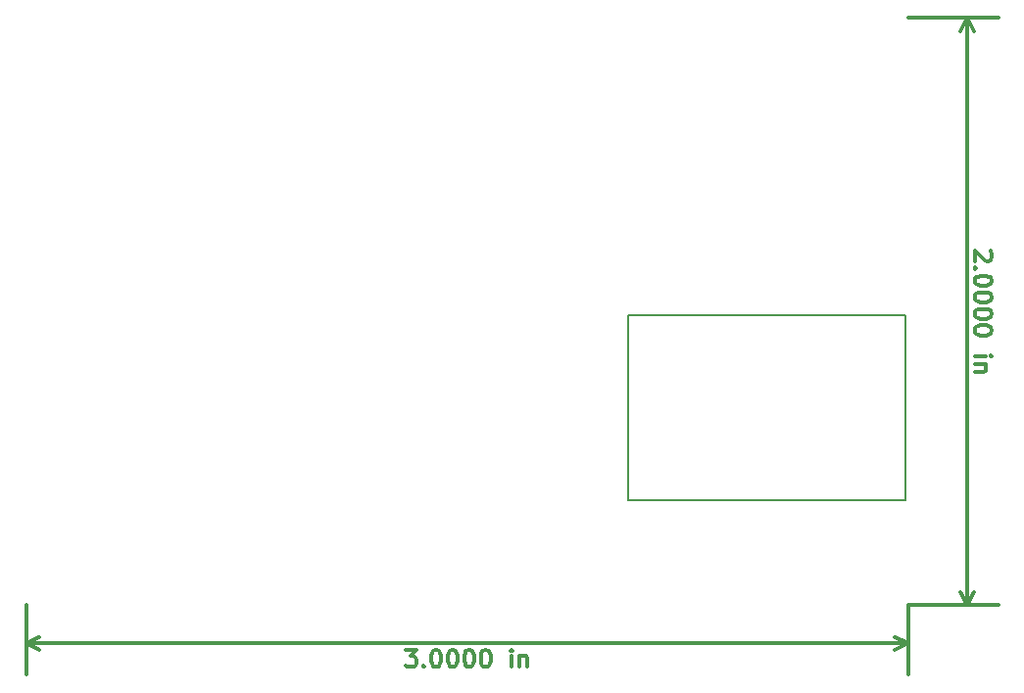
<source format=gbr>
G04 #@! TF.FileFunction,Other,Fab,Top*
%FSLAX46Y46*%
G04 Gerber Fmt 4.6, Leading zero omitted, Abs format (unit mm)*
G04 Created by KiCad (PCBNEW (2015-07-29 BZR 6016)-product) date Sat 12 Mar 2016 01:35:21 AM PST*
%MOMM*%
G01*
G04 APERTURE LIST*
%ADD10C,0.150000*%
%ADD11C,0.300000*%
%ADD12C,0.152400*%
G04 APERTURE END LIST*
D10*
D11*
X83588573Y-90950571D02*
X84517144Y-90950571D01*
X84017144Y-91522000D01*
X84231430Y-91522000D01*
X84374287Y-91593429D01*
X84445716Y-91664857D01*
X84517144Y-91807714D01*
X84517144Y-92164857D01*
X84445716Y-92307714D01*
X84374287Y-92379143D01*
X84231430Y-92450571D01*
X83802858Y-92450571D01*
X83660001Y-92379143D01*
X83588573Y-92307714D01*
X85160001Y-92307714D02*
X85231429Y-92379143D01*
X85160001Y-92450571D01*
X85088572Y-92379143D01*
X85160001Y-92307714D01*
X85160001Y-92450571D01*
X86160001Y-90950571D02*
X86302858Y-90950571D01*
X86445715Y-91022000D01*
X86517144Y-91093429D01*
X86588573Y-91236286D01*
X86660001Y-91522000D01*
X86660001Y-91879143D01*
X86588573Y-92164857D01*
X86517144Y-92307714D01*
X86445715Y-92379143D01*
X86302858Y-92450571D01*
X86160001Y-92450571D01*
X86017144Y-92379143D01*
X85945715Y-92307714D01*
X85874287Y-92164857D01*
X85802858Y-91879143D01*
X85802858Y-91522000D01*
X85874287Y-91236286D01*
X85945715Y-91093429D01*
X86017144Y-91022000D01*
X86160001Y-90950571D01*
X87588572Y-90950571D02*
X87731429Y-90950571D01*
X87874286Y-91022000D01*
X87945715Y-91093429D01*
X88017144Y-91236286D01*
X88088572Y-91522000D01*
X88088572Y-91879143D01*
X88017144Y-92164857D01*
X87945715Y-92307714D01*
X87874286Y-92379143D01*
X87731429Y-92450571D01*
X87588572Y-92450571D01*
X87445715Y-92379143D01*
X87374286Y-92307714D01*
X87302858Y-92164857D01*
X87231429Y-91879143D01*
X87231429Y-91522000D01*
X87302858Y-91236286D01*
X87374286Y-91093429D01*
X87445715Y-91022000D01*
X87588572Y-90950571D01*
X89017143Y-90950571D02*
X89160000Y-90950571D01*
X89302857Y-91022000D01*
X89374286Y-91093429D01*
X89445715Y-91236286D01*
X89517143Y-91522000D01*
X89517143Y-91879143D01*
X89445715Y-92164857D01*
X89374286Y-92307714D01*
X89302857Y-92379143D01*
X89160000Y-92450571D01*
X89017143Y-92450571D01*
X88874286Y-92379143D01*
X88802857Y-92307714D01*
X88731429Y-92164857D01*
X88660000Y-91879143D01*
X88660000Y-91522000D01*
X88731429Y-91236286D01*
X88802857Y-91093429D01*
X88874286Y-91022000D01*
X89017143Y-90950571D01*
X90445714Y-90950571D02*
X90588571Y-90950571D01*
X90731428Y-91022000D01*
X90802857Y-91093429D01*
X90874286Y-91236286D01*
X90945714Y-91522000D01*
X90945714Y-91879143D01*
X90874286Y-92164857D01*
X90802857Y-92307714D01*
X90731428Y-92379143D01*
X90588571Y-92450571D01*
X90445714Y-92450571D01*
X90302857Y-92379143D01*
X90231428Y-92307714D01*
X90160000Y-92164857D01*
X90088571Y-91879143D01*
X90088571Y-91522000D01*
X90160000Y-91236286D01*
X90231428Y-91093429D01*
X90302857Y-91022000D01*
X90445714Y-90950571D01*
X92731428Y-92450571D02*
X92731428Y-91450571D01*
X92731428Y-90950571D02*
X92659999Y-91022000D01*
X92731428Y-91093429D01*
X92802856Y-91022000D01*
X92731428Y-90950571D01*
X92731428Y-91093429D01*
X93445714Y-91450571D02*
X93445714Y-92450571D01*
X93445714Y-91593429D02*
X93517142Y-91522000D01*
X93660000Y-91450571D01*
X93874285Y-91450571D01*
X94017142Y-91522000D01*
X94088571Y-91664857D01*
X94088571Y-92450571D01*
X127010000Y-90422000D02*
X50810000Y-90422000D01*
X127010000Y-87120000D02*
X127010000Y-93122000D01*
X50810000Y-87120000D02*
X50810000Y-93122000D01*
X50810000Y-90422000D02*
X51936504Y-89835579D01*
X50810000Y-90422000D02*
X51936504Y-91008421D01*
X127010000Y-90422000D02*
X125883496Y-89835579D01*
X127010000Y-90422000D02*
X125883496Y-91008421D01*
X134118571Y-56470001D02*
X134190000Y-56541430D01*
X134261429Y-56684287D01*
X134261429Y-57041430D01*
X134190000Y-57184287D01*
X134118571Y-57255716D01*
X133975714Y-57327144D01*
X133832857Y-57327144D01*
X133618571Y-57255716D01*
X132761429Y-56398573D01*
X132761429Y-57327144D01*
X132904286Y-57970001D02*
X132832857Y-58041429D01*
X132761429Y-57970001D01*
X132832857Y-57898572D01*
X132904286Y-57970001D01*
X132761429Y-57970001D01*
X134261429Y-58970001D02*
X134261429Y-59112858D01*
X134190000Y-59255715D01*
X134118571Y-59327144D01*
X133975714Y-59398573D01*
X133690000Y-59470001D01*
X133332857Y-59470001D01*
X133047143Y-59398573D01*
X132904286Y-59327144D01*
X132832857Y-59255715D01*
X132761429Y-59112858D01*
X132761429Y-58970001D01*
X132832857Y-58827144D01*
X132904286Y-58755715D01*
X133047143Y-58684287D01*
X133332857Y-58612858D01*
X133690000Y-58612858D01*
X133975714Y-58684287D01*
X134118571Y-58755715D01*
X134190000Y-58827144D01*
X134261429Y-58970001D01*
X134261429Y-60398572D02*
X134261429Y-60541429D01*
X134190000Y-60684286D01*
X134118571Y-60755715D01*
X133975714Y-60827144D01*
X133690000Y-60898572D01*
X133332857Y-60898572D01*
X133047143Y-60827144D01*
X132904286Y-60755715D01*
X132832857Y-60684286D01*
X132761429Y-60541429D01*
X132761429Y-60398572D01*
X132832857Y-60255715D01*
X132904286Y-60184286D01*
X133047143Y-60112858D01*
X133332857Y-60041429D01*
X133690000Y-60041429D01*
X133975714Y-60112858D01*
X134118571Y-60184286D01*
X134190000Y-60255715D01*
X134261429Y-60398572D01*
X134261429Y-61827143D02*
X134261429Y-61970000D01*
X134190000Y-62112857D01*
X134118571Y-62184286D01*
X133975714Y-62255715D01*
X133690000Y-62327143D01*
X133332857Y-62327143D01*
X133047143Y-62255715D01*
X132904286Y-62184286D01*
X132832857Y-62112857D01*
X132761429Y-61970000D01*
X132761429Y-61827143D01*
X132832857Y-61684286D01*
X132904286Y-61612857D01*
X133047143Y-61541429D01*
X133332857Y-61470000D01*
X133690000Y-61470000D01*
X133975714Y-61541429D01*
X134118571Y-61612857D01*
X134190000Y-61684286D01*
X134261429Y-61827143D01*
X134261429Y-63255714D02*
X134261429Y-63398571D01*
X134190000Y-63541428D01*
X134118571Y-63612857D01*
X133975714Y-63684286D01*
X133690000Y-63755714D01*
X133332857Y-63755714D01*
X133047143Y-63684286D01*
X132904286Y-63612857D01*
X132832857Y-63541428D01*
X132761429Y-63398571D01*
X132761429Y-63255714D01*
X132832857Y-63112857D01*
X132904286Y-63041428D01*
X133047143Y-62970000D01*
X133332857Y-62898571D01*
X133690000Y-62898571D01*
X133975714Y-62970000D01*
X134118571Y-63041428D01*
X134190000Y-63112857D01*
X134261429Y-63255714D01*
X132761429Y-65541428D02*
X133761429Y-65541428D01*
X134261429Y-65541428D02*
X134190000Y-65469999D01*
X134118571Y-65541428D01*
X134190000Y-65612856D01*
X134261429Y-65541428D01*
X134118571Y-65541428D01*
X133761429Y-66255714D02*
X132761429Y-66255714D01*
X133618571Y-66255714D02*
X133690000Y-66327142D01*
X133761429Y-66470000D01*
X133761429Y-66684285D01*
X133690000Y-66827142D01*
X133547143Y-66898571D01*
X132761429Y-66898571D01*
X132090000Y-36320000D02*
X132090000Y-87120000D01*
X127010000Y-36320000D02*
X134790000Y-36320000D01*
X127010000Y-87120000D02*
X134790000Y-87120000D01*
X132090000Y-87120000D02*
X131503579Y-85993496D01*
X132090000Y-87120000D02*
X132676421Y-85993496D01*
X132090000Y-36320000D02*
X131503579Y-37446504D01*
X132090000Y-36320000D02*
X132676421Y-37446504D01*
D12*
X126800000Y-78000000D02*
X102800000Y-78000000D01*
X102800000Y-78000000D02*
X102800000Y-62000000D01*
X102800000Y-62000000D02*
X126800000Y-62000000D01*
X126800000Y-62000000D02*
X126800000Y-78000000D01*
M02*

</source>
